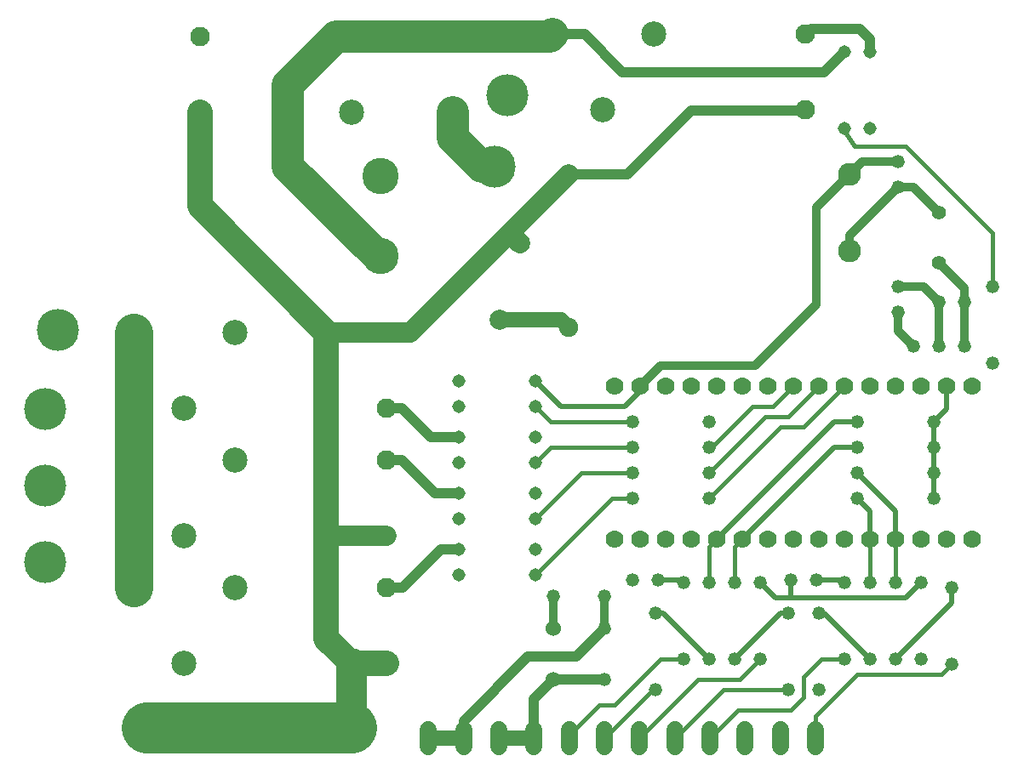
<source format=gbl>
G75*
%MOIN*%
%OFA0B0*%
%FSLAX24Y24*%
%IPPOS*%
%LPD*%
%AMOC8*
5,1,8,0,0,1.08239X$1,22.5*
%
%ADD10C,0.0515*%
%ADD11C,0.1424*%
%ADD12C,0.0984*%
%ADD13C,0.0768*%
%ADD14C,0.0900*%
%ADD15C,0.0750*%
%ADD16C,0.0520*%
%ADD17C,0.1650*%
%ADD18C,0.0650*%
%ADD19C,0.0600*%
%ADD20C,0.0560*%
%ADD21C,0.0700*%
%ADD22C,0.0787*%
%ADD23C,0.1500*%
%ADD24C,0.0400*%
%ADD25C,0.1250*%
%ADD26C,0.0600*%
%ADD27C,0.0160*%
%ADD28C,0.1000*%
%ADD29C,0.0800*%
%ADD30C,0.1200*%
%ADD31C,0.2000*%
%ADD32C,0.0300*%
%ADD33C,0.0320*%
%ADD34C,0.0200*%
D10*
X018800Y008700D03*
X018800Y009700D03*
X018800Y010900D03*
X018800Y011900D03*
X018800Y013100D03*
X018800Y014100D03*
X018800Y015300D03*
X018800Y016300D03*
X021800Y016300D03*
X021800Y015300D03*
X021800Y014100D03*
X021800Y013100D03*
X021800Y011900D03*
X021800Y010900D03*
X021800Y009700D03*
X021800Y008700D03*
X033900Y026200D03*
X034900Y026200D03*
X034900Y029200D03*
X033900Y029200D03*
D11*
X015714Y024331D03*
X015714Y021181D03*
D12*
X010008Y018188D03*
X008024Y015212D03*
X010008Y013188D03*
X008024Y010212D03*
X010008Y008188D03*
X008024Y005212D03*
X006039Y008188D03*
X006039Y013188D03*
X006039Y018188D03*
X014592Y026812D03*
X016576Y029788D03*
X018561Y026812D03*
X022439Y029888D03*
X024424Y026912D03*
X026408Y029888D03*
D13*
X032361Y029888D03*
X032361Y026912D03*
X015961Y018188D03*
X015961Y015212D03*
X015961Y013188D03*
X015961Y010212D03*
X015961Y008188D03*
X015961Y005212D03*
X008639Y026812D03*
X008639Y029788D03*
D14*
X034100Y024400D03*
X034100Y021400D03*
D15*
X023100Y018400D03*
X023100Y024400D03*
D16*
X025600Y014700D03*
X025600Y013700D03*
X025600Y012700D03*
X025600Y011700D03*
X028600Y011700D03*
X028600Y012700D03*
X028600Y013700D03*
X028600Y014700D03*
X034400Y014700D03*
X034400Y013700D03*
X034400Y012700D03*
X034400Y011700D03*
X037400Y011700D03*
X037400Y012700D03*
X037400Y013700D03*
X037400Y014700D03*
X039700Y017000D03*
X038600Y017650D03*
X037600Y017650D03*
X036600Y017650D03*
X036000Y019000D03*
X037600Y019400D03*
X038600Y019400D03*
X039700Y020000D03*
X036000Y020000D03*
X036000Y023900D03*
X036000Y024900D03*
X032800Y008500D03*
X033900Y008400D03*
X034900Y008400D03*
X035900Y008400D03*
X036900Y008400D03*
X038100Y008200D03*
X036900Y005400D03*
X035900Y005400D03*
X034900Y005400D03*
X033900Y005400D03*
X032900Y004200D03*
X031700Y004200D03*
X030600Y005400D03*
X029600Y005400D03*
X028600Y005400D03*
X027600Y005400D03*
X026500Y004200D03*
X024500Y004600D03*
X024500Y006600D03*
X024500Y007850D03*
X025600Y008500D03*
X026600Y008500D03*
X027600Y008400D03*
X028600Y008400D03*
X029600Y008400D03*
X030600Y008400D03*
X031800Y008500D03*
X031700Y007200D03*
X032900Y007200D03*
X038100Y005200D03*
X026500Y007200D03*
X022500Y007850D03*
D17*
X006600Y002700D03*
X008600Y002700D03*
X010600Y002700D03*
X012600Y002700D03*
X014600Y002700D03*
X002600Y009200D03*
X002600Y012200D03*
X002600Y015200D03*
X003100Y018300D03*
X020200Y024700D03*
X020700Y027500D03*
D18*
X020356Y002625D02*
X020356Y001975D01*
X018978Y001975D02*
X018978Y002625D01*
X017600Y002625D02*
X017600Y001975D01*
X021734Y001975D02*
X021734Y002625D01*
X023112Y002625D02*
X023112Y001975D01*
X024490Y001975D02*
X024490Y002625D01*
X025868Y002625D02*
X025868Y001975D01*
X027246Y001975D02*
X027246Y002625D01*
X028624Y002625D02*
X028624Y001975D01*
X030002Y001975D02*
X030002Y002625D01*
X031380Y002625D02*
X031380Y001975D01*
X032757Y001975D02*
X032757Y002625D01*
D19*
X022500Y004600D03*
X022500Y006600D03*
D20*
X037600Y020916D03*
X037600Y022884D03*
D21*
X037900Y016100D03*
X036900Y016100D03*
X035900Y016100D03*
X034900Y016100D03*
X033900Y016100D03*
X032900Y016100D03*
X031900Y016100D03*
X030900Y016100D03*
X029900Y016100D03*
X028900Y016100D03*
X027900Y016100D03*
X026900Y016100D03*
X025900Y016100D03*
X024900Y016100D03*
X024900Y010100D03*
X025900Y010100D03*
X026900Y010100D03*
X027900Y010100D03*
X028900Y010100D03*
X029900Y010100D03*
X030900Y010100D03*
X031900Y010100D03*
X032900Y010100D03*
X033900Y010100D03*
X034900Y010100D03*
X035900Y010100D03*
X036900Y010100D03*
X037900Y010100D03*
X038900Y010100D03*
X038900Y016100D03*
D22*
X021200Y021700D03*
X020400Y018700D03*
D23*
X006039Y018188D02*
X006039Y013188D01*
X006039Y008188D01*
D24*
X015961Y008188D02*
X016588Y008188D01*
X018100Y009700D01*
X018800Y009700D01*
X015972Y008200D02*
X015961Y008188D01*
X017849Y011900D02*
X016561Y013188D01*
X015961Y013188D01*
X017672Y014100D02*
X016561Y015212D01*
X015961Y015212D01*
X017672Y014100D02*
X018800Y014100D01*
X018800Y011900D02*
X017849Y011900D01*
X023400Y005500D02*
X024500Y006600D01*
X023400Y005500D02*
X021500Y005500D01*
X018978Y002978D01*
X018978Y002300D01*
X021734Y002300D02*
X021734Y003834D01*
X022500Y004600D01*
X024500Y004600D01*
X025400Y024400D02*
X023100Y024400D01*
X025400Y024400D02*
X027900Y026900D01*
X032349Y026900D01*
X032361Y026912D01*
X033100Y028400D02*
X033900Y029200D01*
X034900Y029200D02*
X034900Y029700D01*
X034500Y030100D01*
X032572Y030100D01*
X032361Y029888D01*
X033100Y028400D02*
X025200Y028400D01*
X023712Y029888D01*
X022439Y029888D01*
D25*
X022339Y029788D01*
X016576Y029788D01*
X013988Y029788D01*
X012100Y027900D01*
X012100Y024700D01*
X015619Y021181D01*
X015714Y021181D01*
X019700Y024700D02*
X020200Y024700D01*
X019700Y024700D02*
X018561Y025839D01*
X018561Y026812D01*
D26*
X020400Y018700D02*
X022800Y018700D01*
X023100Y018400D01*
X021734Y002300D02*
X020356Y002300D01*
X018978Y002300D02*
X017600Y002300D01*
D27*
X023112Y002300D02*
X023112Y002412D01*
X024300Y003600D01*
X024900Y003600D01*
X026700Y005400D01*
X027600Y005400D01*
X028168Y004600D02*
X029800Y004600D01*
X030600Y005400D01*
X031700Y004200D02*
X029146Y004200D01*
X027246Y002300D01*
X028624Y002300D02*
X029724Y003400D01*
X031800Y003400D01*
X032300Y003900D01*
X032300Y004700D01*
X033000Y005400D01*
X033900Y005400D01*
X034400Y004800D02*
X032757Y003157D01*
X032757Y002300D01*
X034400Y004800D02*
X037700Y004800D01*
X038100Y005200D01*
X035900Y008400D02*
X035900Y010100D01*
X034900Y010100D02*
X034900Y008400D01*
X029900Y010100D02*
X029750Y009950D01*
X029600Y009800D01*
X029600Y008400D01*
X028600Y008400D02*
X028600Y009800D01*
X028900Y010100D01*
X028600Y011700D02*
X031400Y014500D01*
X032300Y014500D01*
X033900Y016100D01*
X032900Y016100D02*
X031700Y014900D01*
X030800Y014900D01*
X028600Y012700D01*
X028700Y013700D02*
X030300Y015300D01*
X031100Y015300D01*
X031900Y016100D01*
X025600Y014700D02*
X022400Y014700D01*
X021800Y015300D01*
X022400Y013700D02*
X025600Y013700D01*
X025600Y012700D02*
X023600Y012700D01*
X021800Y010900D01*
X021800Y008700D02*
X024800Y011700D01*
X025600Y011700D01*
X022400Y013700D02*
X021800Y013100D01*
X028168Y004600D02*
X025868Y002300D01*
X024490Y002300D02*
X026390Y004200D01*
X026500Y004200D01*
X039700Y020000D02*
X039700Y022100D01*
X036300Y025500D01*
X034300Y025500D01*
X033900Y026100D01*
X033900Y026200D01*
D28*
X013600Y018200D02*
X008639Y023161D01*
X008639Y026812D01*
X013600Y018200D02*
X013600Y010200D01*
X013612Y010212D01*
X013600Y010200D02*
X013600Y006200D01*
X014588Y005212D01*
X015961Y005212D01*
D29*
X015961Y010212D02*
X013612Y010212D01*
X013600Y018200D02*
X015961Y018200D01*
X015961Y018188D01*
X016888Y018188D01*
X020750Y022050D01*
X021200Y021700D01*
X020750Y022050D02*
X023100Y024400D01*
D30*
X014588Y005212D02*
X014588Y002700D01*
X014600Y002700D01*
D31*
X006600Y002700D01*
D32*
X034100Y024300D02*
X034100Y024400D01*
D33*
X034600Y024900D01*
X036000Y024900D01*
X036000Y023900D02*
X034100Y022000D01*
X034100Y021400D01*
X036000Y020000D02*
X037000Y020000D01*
X037600Y019400D01*
X037600Y017650D01*
X036600Y017650D02*
X036000Y018250D01*
X036000Y019000D01*
X037600Y020916D02*
X038600Y019916D01*
X038600Y019400D01*
X038600Y017650D01*
X032800Y019300D02*
X032800Y023100D01*
X034100Y024400D01*
X036000Y023900D02*
X036584Y023900D01*
X037600Y022884D01*
X032800Y019300D02*
X030400Y016900D01*
X026700Y016900D01*
X025900Y016100D01*
X024500Y007850D02*
X024500Y006600D01*
X022500Y006600D02*
X022500Y007850D01*
D34*
X026500Y007200D02*
X026800Y007200D01*
X028600Y005400D01*
X029600Y005400D02*
X031400Y007200D01*
X031700Y007200D01*
X031800Y007800D02*
X031200Y007800D01*
X030600Y008400D01*
X031800Y008500D02*
X031800Y007800D01*
X036300Y007800D01*
X036900Y008400D01*
X038100Y008200D02*
X038100Y007600D01*
X035900Y005400D01*
X034900Y005400D02*
X033100Y007200D01*
X032900Y007200D01*
X033900Y008400D02*
X033800Y008500D01*
X032800Y008500D01*
X034900Y010100D02*
X034900Y011200D01*
X034400Y011700D01*
X034400Y012700D02*
X035900Y011200D01*
X035900Y010100D01*
X037400Y011700D02*
X037400Y013700D01*
X037400Y014700D01*
X037900Y015200D01*
X037900Y016100D01*
X034400Y014700D02*
X033500Y014700D01*
X028900Y010100D01*
X029750Y009950D02*
X033500Y013700D01*
X034400Y013700D01*
X037400Y012700D02*
X037400Y011700D01*
X027600Y008400D02*
X027500Y008500D01*
X026600Y008500D01*
X025300Y015300D02*
X022800Y015300D01*
X021800Y016300D01*
X021900Y016300D01*
X021800Y016300D02*
X021800Y016200D01*
X025300Y015300D02*
X025900Y015900D01*
X025900Y016100D01*
M02*

</source>
